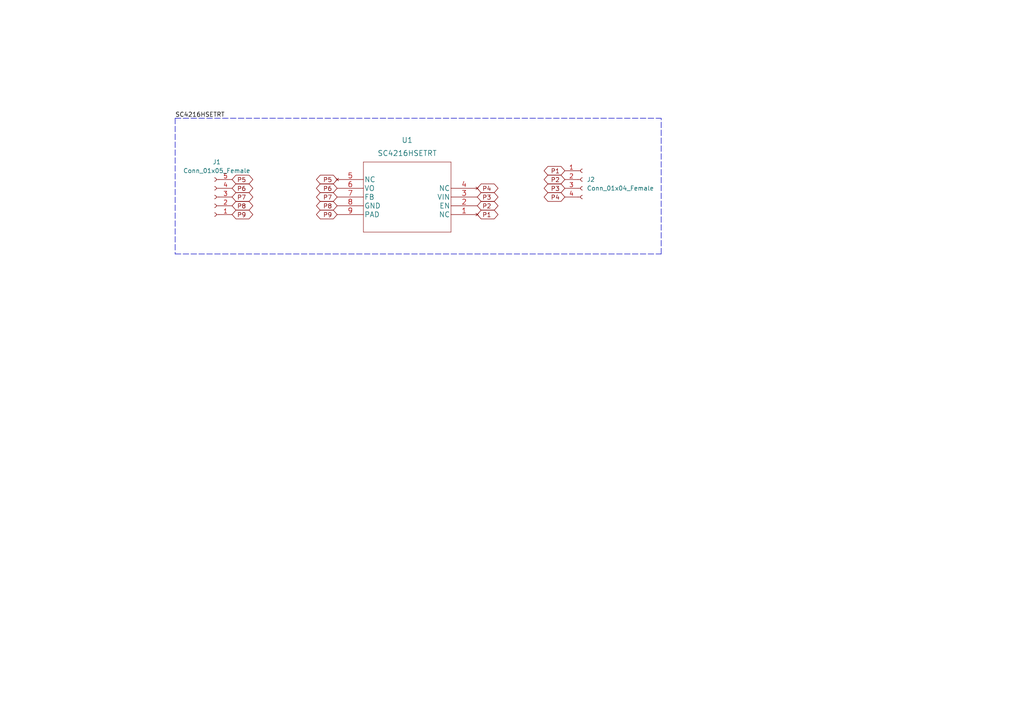
<source format=kicad_sch>
(kicad_sch (version 20211123) (generator eeschema)
  (paper "A4")
  (lib_symbols
    (symbol "Connector:Conn_01x04_Female" (pin_names (offset 1.016) hide)
      (property "Reference" "J" (at 0 5.08 0))
      (property "Value" "Conn_01x04_Female" (at 0 -7.62 0))
      (symbol "Conn_01x04_Female_1_1"
        (arc (start 0 -4.572) (mid -0.508 -5.08) (end 0 -5.588) (stroke (width 0.1524)))
        (arc (start 0 -2.032) (mid -0.508 -2.54) (end 0 -3.048) (stroke (width 0.1524)))
        (polyline (pts (xy -1.27 -5.08) (xy -0.508 -5.08)) (stroke (width 0.1524)))
        (polyline (pts (xy -1.27 -2.54) (xy -0.508 -2.54)) (stroke (width 0.1524)))
        (polyline (pts (xy -1.27 0) (xy -0.508 0)) (stroke (width 0.1524)))
        (polyline (pts (xy -1.27 2.54) (xy -0.508 2.54)) (stroke (width 0.1524)))
        (arc (start 0 0.508) (mid -0.508 0) (end 0 -0.508) (stroke (width 0.1524)))
        (arc (start 0 3.048) (mid -0.508 2.54) (end 0 2.032) (stroke (width 0.1524)))
        (pin passive line (at -5.08 2.54 0) (length 3.81) (name "Pin_1") (number "1"))
        (pin passive line (at -5.08 0 0) (length 3.81) (name "Pin_2") (number "2"))
        (pin passive line (at -5.08 -2.54 0) (length 3.81) (name "Pin_3") (number "3"))
        (pin passive line (at -5.08 -5.08 0) (length 3.81) (name "Pin_4") (number "4"))
      )
    )
    (symbol "Connector:Conn_01x05_Female" (pin_names (offset 1.016) hide)
      (property "Reference" "J" (at 0 7.62 0))
      (property "Value" "Conn_01x05_Female" (at 0 -7.62 0))
      (symbol "Conn_01x05_Female_1_1"
        (arc (start 0 -4.572) (mid -0.508 -5.08) (end 0 -5.588) (stroke (width 0.1524)))
        (arc (start 0 -2.032) (mid -0.508 -2.54) (end 0 -3.048) (stroke (width 0.1524)))
        (polyline (pts (xy -1.27 -5.08) (xy -0.508 -5.08)) (stroke (width 0.1524)))
        (polyline (pts (xy -1.27 -2.54) (xy -0.508 -2.54)) (stroke (width 0.1524)))
        (polyline (pts (xy -1.27 0) (xy -0.508 0)) (stroke (width 0.1524)))
        (polyline (pts (xy -1.27 2.54) (xy -0.508 2.54)) (stroke (width 0.1524)))
        (polyline (pts (xy -1.27 5.08) (xy -0.508 5.08)) (stroke (width 0.1524)))
        (arc (start 0 0.508) (mid -0.508 0) (end 0 -0.508) (stroke (width 0.1524)))
        (arc (start 0 3.048) (mid -0.508 2.54) (end 0 2.032) (stroke (width 0.1524)))
        (arc (start 0 5.588) (mid -0.508 5.08) (end 0 4.572) (stroke (width 0.1524)))
        (pin passive line (at -5.08 5.08 0) (length 3.81) (name "Pin_1") (number "1"))
        (pin passive line (at -5.08 2.54 0) (length 3.81) (name "Pin_2") (number "2"))
        (pin passive line (at -5.08 0 0) (length 3.81) (name "Pin_3") (number "3"))
        (pin passive line (at -5.08 -2.54 0) (length 3.81) (name "Pin_4") (number "4"))
        (pin passive line (at -5.08 -5.08 0) (length 3.81) (name "Pin_5") (number "5"))
      )
    )
    (symbol "SC4216HSETRT:SC4216HSETRT" (pin_names (offset 0.254))
      (property "Reference" "U" (at 20.32 10.16 0))
      (property "Value" "SC4216HSETRT" (at 20.32 7.62 0))
      (symbol "SC4216HSETRT_1_1"
        (polyline (pts (xy 7.62 -15.24) (xy 33.02 -15.24)) (stroke (width 0.127)))
        (polyline (pts (xy 7.62 5.08) (xy 7.62 -15.24)) (stroke (width 0.127)))
        (polyline (pts (xy 33.02 -15.24) (xy 33.02 5.08)) (stroke (width 0.127)))
        (polyline (pts (xy 33.02 5.08) (xy 7.62 5.08)) (stroke (width 0.127)))
        (pin no_connect line (at 0 0 0) (length 7.62) (name "NC") (number "1"))
        (pin input line (at 0 -2.54 0) (length 7.62) (name "EN") (number "2"))
        (pin power_in line (at 0 -5.08 0) (length 7.62) (name "VIN") (number "3"))
        (pin no_connect line (at 0 -7.62 0) (length 7.62) (name "NC") (number "4"))
        (pin no_connect line (at 40.64 -10.16 180) (length 7.62) (name "NC") (number "5"))
        (pin power_in line (at 40.64 -7.62 180) (length 7.62) (name "VO") (number "6"))
        (pin unspecified line (at 40.64 -5.08 180) (length 7.62) (name "FB") (number "7"))
        (pin power_in line (at 40.64 -2.54 180) (length 7.62) (name "GND") (number "8"))
        (pin power_in line (at 40.64 0 180) (length 7.62) (name "PAD") (number "9"))
      )
    )
  )
  (polyline (pts (xy 50.8 34.29) (xy 50.8 73.66)))
  (polyline (pts (xy 50.8 34.29) (xy 191.77 34.29)))
  (polyline (pts (xy 191.77 73.66) (xy 191.77 34.29)))
  (polyline (pts (xy 50.8 73.66) (xy 191.77 73.66)))
  (label "SC4216HSETRT" (at 50.8 34.29 0))
  (global_label "P3" (shape bidirectional) (at 138.43 57.15 0) (property "Intersheet References" "${INTERSHEET_REFS}" (effects hide)))
  (global_label "P4" (shape bidirectional) (at 163.83 57.15 180) (property "Intersheet References" "${INTERSHEET_REFS}" (effects hide)))
  (global_label "P6" (shape bidirectional) (at 67.31 54.61 0) (property "Intersheet References" "${INTERSHEET_REFS}" (effects hide)))
  (global_label "P1" (shape bidirectional) (at 163.83 49.53 180) (property "Intersheet References" "${INTERSHEET_REFS}" (effects hide)))
  (global_label "P2" (shape bidirectional) (at 163.83 52.07 180) (property "Intersheet References" "${INTERSHEET_REFS}" (effects hide)))
  (global_label "P3" (shape bidirectional) (at 163.83 54.61 180) (property "Intersheet References" "${INTERSHEET_REFS}" (effects hide)))
  (global_label "P8" (shape bidirectional) (at 97.79 59.69 180) (property "Intersheet References" "${INTERSHEET_REFS}" (effects hide)))
  (global_label "P4" (shape bidirectional) (at 138.43 54.61 0) (property "Intersheet References" "${INTERSHEET_REFS}" (effects hide)))
  (global_label "P6" (shape bidirectional) (at 97.79 54.61 180) (property "Intersheet References" "${INTERSHEET_REFS}" (effects hide)))
  (global_label "P5" (shape bidirectional) (at 97.79 52.07 180) (property "Intersheet References" "${INTERSHEET_REFS}" (effects hide)))
  (global_label "P9" (shape bidirectional) (at 67.31 62.23 0) (property "Intersheet References" "${INTERSHEET_REFS}" (effects hide)))
  (global_label "P1" (shape bidirectional) (at 138.43 62.23 0) (property "Intersheet References" "${INTERSHEET_REFS}" (effects hide)))
  (global_label "P7" (shape bidirectional) (at 67.31 57.15 0) (property "Intersheet References" "${INTERSHEET_REFS}" (effects hide)))
  (global_label "P7" (shape bidirectional) (at 97.79 57.15 180) (property "Intersheet References" "${INTERSHEET_REFS}" (effects hide)))
  (global_label "P9" (shape bidirectional) (at 97.79 62.23 180) (property "Intersheet References" "${INTERSHEET_REFS}" (effects hide)))
  (global_label "P5" (shape bidirectional) (at 67.31 52.07 0) (property "Intersheet References" "${INTERSHEET_REFS}" (effects hide)))
  (global_label "P8" (shape bidirectional) (at 67.31 59.69 0) (property "Intersheet References" "${INTERSHEET_REFS}" (effects hide)))
  (global_label "P2" (shape bidirectional) (at 138.43 59.69 0) (property "Intersheet References" "${INTERSHEET_REFS}" (effects hide)))
  (symbol (lib_id "Connector:Conn_01x04_Female") (at 168.91 52.07 0) (unit 1)
    (property "Reference" "J2" (at 170.18 52.0699 0) (effects (justify left)))
    (property "Value" "Conn_01x04_Female" (at 170.18 54.6099 0) (effects (justify left)))
    (property "Footprint" "Connector_PinHeader_2.54mm:PinHeader_1x04_P2.54mm_Vertical" (effects hide))
  )
  (symbol (lib_id "Connector:Conn_01x05_Female") (at 62.23 57.15 180) (unit 1)
    (property "Reference" "J1" (at 62.865 46.99 0))
    (property "Value" "Conn_01x05_Female" (at 62.865 49.53 0))
    (property "Footprint" "Connector_PinHeader_2.54mm:PinHeader_1x05_P2.54mm_Vertical" (effects hide))
  )
  (symbol (lib_id "SC4216HSETRT:SC4216HSETRT") (at 138.43 62.23 180) (unit 1)
    (property "Reference" "U1" (at 118.11 40.64 0) (effects (font (size 1.524 1.524))))
    (property "Value" "SC4216HSETRT" (at 118.11 44.45 0) (effects (font (size 1.524 1.524))))
    (property "Footprint" "qset-footprints:SC4216HSETRT" (effects hide))
  )
)
</source>
